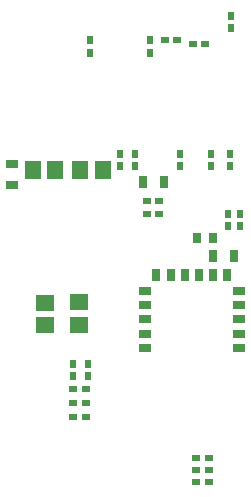
<source format=gbp>
G04 Layer_Color=128*
%FSLAX24Y24*%
%MOIN*%
G70*
G01*
G75*
%ADD22R,0.0200X0.0250*%
%ADD23R,0.0250X0.0200*%
%ADD24R,0.0520X0.0600*%
%ADD31R,0.0300X0.0400*%
%ADD32R,0.0400X0.0300*%
%ADD52R,0.0394X0.0276*%
%ADD53R,0.0276X0.0394*%
%ADD54R,0.0276X0.0354*%
%ADD55R,0.0600X0.0520*%
D22*
X2569Y4596D02*
D03*
Y4183D02*
D03*
X2992Y4193D02*
D03*
Y4606D02*
D03*
X-2025Y9970D02*
D03*
Y10384D02*
D03*
X974Y6594D02*
D03*
Y6181D02*
D03*
X2028Y6594D02*
D03*
Y6181D02*
D03*
X2697Y11211D02*
D03*
Y10797D02*
D03*
X-532Y6181D02*
D03*
Y6594D02*
D03*
X-25Y9970D02*
D03*
Y10384D02*
D03*
X-1024Y6594D02*
D03*
Y6181D02*
D03*
X2648D02*
D03*
Y6594D02*
D03*
X-2569Y-817D02*
D03*
Y-404D02*
D03*
X-2077Y-817D02*
D03*
Y-404D02*
D03*
D23*
X1526Y-4341D02*
D03*
X1939D02*
D03*
X1526Y-3533D02*
D03*
X1939D02*
D03*
X1526Y-3947D02*
D03*
X1939D02*
D03*
X886Y10384D02*
D03*
X472D02*
D03*
X1821Y10276D02*
D03*
X1407D02*
D03*
X285Y4606D02*
D03*
X-128D02*
D03*
X285Y5020D02*
D03*
X-128D02*
D03*
X-2156Y-1230D02*
D03*
X-2569D02*
D03*
Y-1703D02*
D03*
X-2156D02*
D03*
X-2569Y-2175D02*
D03*
X-2156D02*
D03*
D24*
X-3923Y6063D02*
D03*
X-3169D02*
D03*
X-1598D02*
D03*
X-2352D02*
D03*
D31*
X2084Y3182D02*
D03*
X2784D02*
D03*
X432Y5662D02*
D03*
X-268D02*
D03*
D32*
X-4619Y5549D02*
D03*
Y6249D02*
D03*
D52*
X-196Y138D02*
D03*
Y610D02*
D03*
Y1083D02*
D03*
Y1555D02*
D03*
Y2028D02*
D03*
X2952D02*
D03*
Y1555D02*
D03*
Y1083D02*
D03*
Y610D02*
D03*
Y138D02*
D03*
D53*
X196Y2579D02*
D03*
X669D02*
D03*
X1141D02*
D03*
X1614D02*
D03*
X2086D02*
D03*
X2559D02*
D03*
D54*
X2087Y3799D02*
D03*
X1535D02*
D03*
D55*
X-3524Y886D02*
D03*
Y1640D02*
D03*
X-2392Y896D02*
D03*
Y1650D02*
D03*
M02*

</source>
